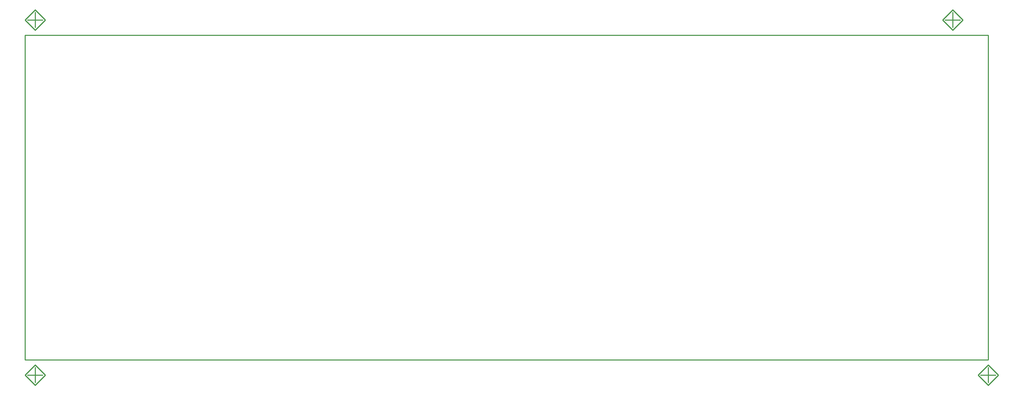
<source format=gbr>
G04 start of page 4 for group 6 idx 6 *
G04 Title: Septimus, outline *
G04 Creator: pcb 20140316 *
G04 CreationDate: Mon Jun  9 18:26:02 2014 UTC *
G04 For: scheibler *
G04 Format: Gerber/RS-274X *
G04 PCB-Dimensions (mil): 10000.00 4000.00 *
G04 PCB-Coordinate-Origin: lower left *
%MOIN*%
%FSLAX25Y25*%
%LNOUTLINE*%
%ADD48C,0.0100*%
G54D48*X970000Y362500D02*X20000D01*
Y42500D02*X970000D01*
Y362500D01*
Y35000D02*Y20000D01*
X962500Y27500D02*X977500D01*
X960000D02*X970000Y37500D01*
X980000Y27500D01*
X970000Y17500D01*
X960000Y27500D01*
X935000Y370000D02*Y385000D01*
X927500Y377500D02*X942500D01*
X925000D02*X935000Y387500D01*
Y367500D02*X925000Y377500D01*
X935000Y387500D02*X945000Y377500D01*
X935000Y367500D01*
X20000Y362500D02*Y42500D01*
X30000Y370000D02*Y385000D01*
X22500Y377500D02*X37500D01*
X20000D02*X30000Y387500D01*
Y367500D02*X20000Y377500D01*
X30000Y387500D02*X40000Y377500D01*
X30000Y367500D01*
Y20000D02*Y35000D01*
X20000Y27500D02*X30000Y37500D01*
X40000Y27500D01*
X30000Y17500D01*
X20000Y27500D01*
X22500D02*X37500D01*
M02*

</source>
